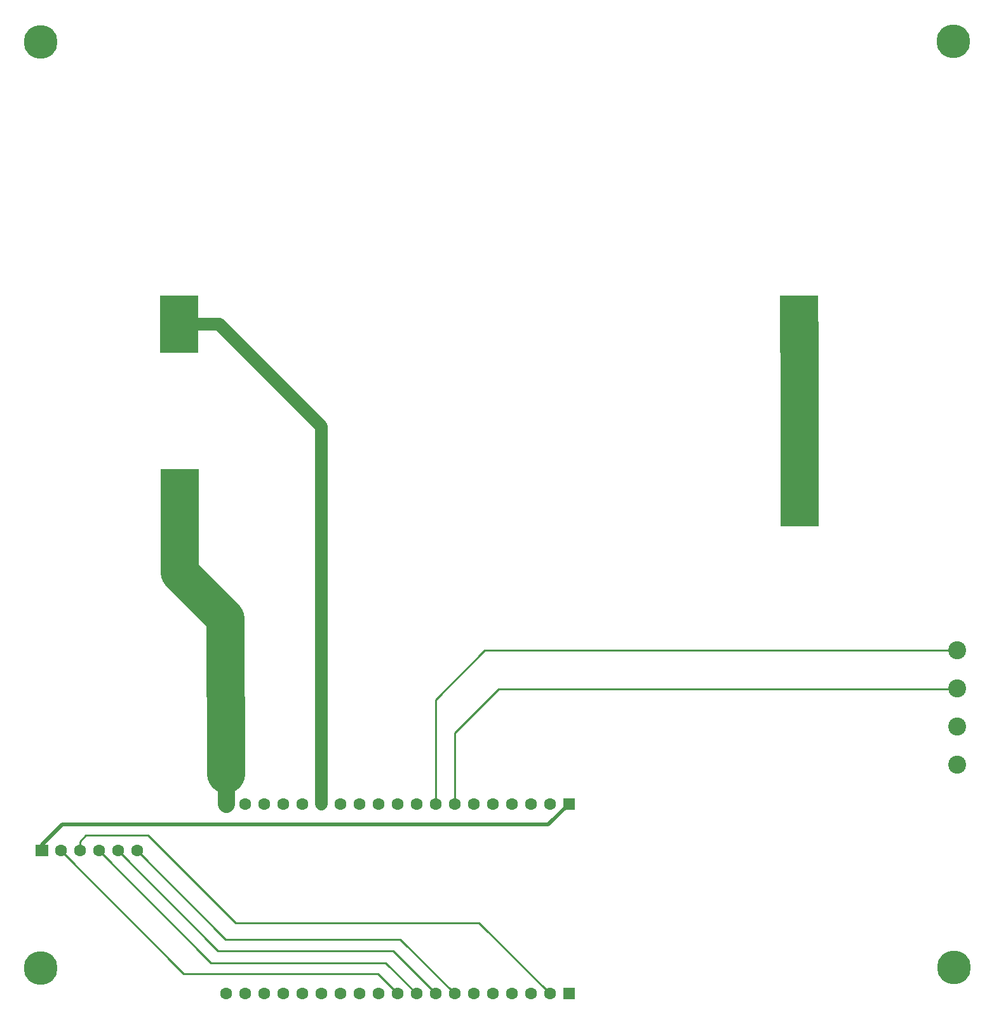
<source format=gtl>
G04 Layer: TopLayer*
G04 EasyEDA v6.5.22, 2023-04-13 15:33:26*
G04 175b12f3a105431bbf95af8d835410e9,ef4dac4c239f4a7f90591e71bd1ece2f,10*
G04 Gerber Generator version 0.2*
G04 Scale: 100 percent, Rotated: No, Reflected: No *
G04 Dimensions in inches *
G04 leading zeros omitted , absolute positions ,3 integer and 6 decimal *
%FSLAX36Y36*%
%MOIN*%

%ADD10C,0.0100*%
%ADD11C,0.0650*%
%ADD12C,0.2000*%
%ADD13C,0.0900*%
%ADD14C,0.0210*%
%ADD15R,0.2000X0.3000*%
%ADD16C,0.0630*%
%ADD17R,0.0709X0.0630*%
%ADD18R,0.0630X0.0630*%
%ADD19C,0.0945*%
%ADD20C,0.1772*%

%LPD*%
D10*
X1158998Y380997D02*
G01*
X1158998Y751998D01*
X1389000Y982000D01*
X3793000Y982000D01*
X3796000Y985000D01*
X3796040Y1185000D02*
G01*
X1316040Y1185000D01*
X1059040Y928000D01*
X1059040Y381000D01*
D11*
X-285459Y2897000D02*
G01*
X-76959Y2897000D01*
X459040Y2361000D01*
X459040Y381000D01*
D10*
X-607999Y135000D02*
G01*
X-82000Y-390998D01*
X836042Y-390998D01*
X1059040Y-613999D01*
X-707999Y135000D02*
G01*
X-119998Y-453000D01*
X798039Y-453000D01*
X959040Y-613999D01*
D12*
X-284499Y1985000D02*
G01*
X-284499Y1594500D01*
X-42999Y1353000D01*
X-41001Y536397D01*
D13*
X-41001Y380997D02*
G01*
X-41001Y577000D01*
D12*
X2966500Y2897000D02*
G01*
X2968500Y2895000D01*
X2968500Y1985000D01*
D14*
X1759040Y381000D02*
G01*
X1651040Y273000D01*
X-900959Y273000D01*
X-1007959Y166000D01*
X-1007959Y135000D01*
D10*
X-907999Y135000D02*
G01*
X-262999Y-510000D01*
X755041Y-510000D01*
X859040Y-613999D01*
X-507999Y135000D02*
G01*
X-43999Y-328999D01*
X874000Y-328999D01*
X1159000Y-613999D01*
X-807959Y135000D02*
G01*
X-807959Y184000D01*
X-775959Y216000D01*
X-448959Y216000D01*
X10040Y-242999D01*
X1288040Y-242999D01*
X1659040Y-613999D01*
D15*
G01*
X2968500Y1985000D03*
G01*
X-284499Y1985000D03*
G01*
X-285499Y2897000D03*
G01*
X2967500Y2897000D03*
D16*
G01*
X-507999Y135000D03*
G01*
X-607999Y135000D03*
G01*
X-707999Y135000D03*
G01*
X-807999Y135000D03*
G01*
X-907999Y135000D03*
D17*
G01*
X-1007999Y135000D03*
D16*
G01*
X-40999Y381000D03*
G01*
X59000Y381000D03*
G01*
X159000Y381000D03*
G01*
X259000Y381000D03*
G01*
X359000Y381000D03*
G01*
X459000Y381000D03*
G01*
X559000Y381000D03*
G01*
X659000Y381000D03*
G01*
X759000Y381000D03*
G01*
X859000Y381000D03*
G01*
X959000Y381000D03*
G01*
X1059000Y381000D03*
G01*
X1159000Y381000D03*
G01*
X1259000Y381000D03*
G01*
X1359000Y381000D03*
G01*
X1459000Y381000D03*
G01*
X1559000Y381000D03*
G01*
X1659000Y381000D03*
D18*
G01*
X1759000Y381000D03*
D16*
G01*
X-40999Y-613999D03*
G01*
X59000Y-613999D03*
G01*
X159000Y-613999D03*
G01*
X259000Y-613999D03*
G01*
X359000Y-613999D03*
G01*
X459000Y-613999D03*
G01*
X559000Y-613999D03*
G01*
X659000Y-613999D03*
G01*
X759000Y-613999D03*
G01*
X859000Y-613999D03*
G01*
X959000Y-613999D03*
G01*
X1059000Y-613999D03*
G01*
X1159000Y-613999D03*
G01*
X1259000Y-613999D03*
G01*
X1359000Y-613999D03*
G01*
X1459000Y-613999D03*
G01*
X1559000Y-613999D03*
G01*
X1659000Y-613999D03*
D18*
G01*
X1759000Y-613999D03*
D19*
G01*
X3796000Y585000D03*
G01*
X3796000Y785000D03*
G01*
X3796000Y985000D03*
G01*
X3796000Y1185000D03*
D20*
G01*
X3778000Y4380000D03*
G01*
X-1013999Y4377000D03*
G01*
X-1012999Y-478999D03*
G01*
X3779000Y-476999D03*
M02*

</source>
